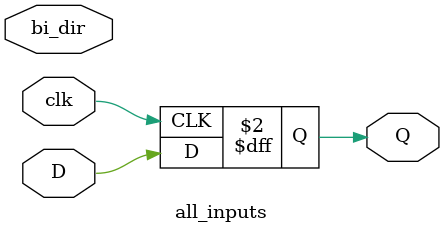
<source format=v>
/*
Command: all_inputs
Description:
    -Returns a list of all input and bidirect ports
    
SDC Example:
    all_inputs
    all_inputs -no_clocks
*/

module all_inputs(
    input wire clk,
    input wire D,
    output reg Q,
    inout wire bi_dir //Bidirectional port
);
    always @(posedge clk) begin
        Q <= D;
    end
endmodule
</source>
